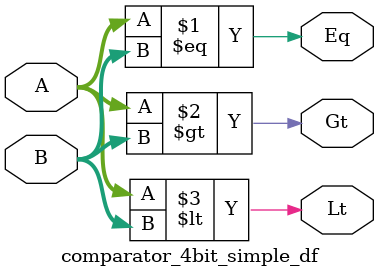
<source format=v>
module comparator_4bit_simple_df(Eq,Gt,Lt,A,B);

input [3:0]A,B;
output Eq,Gt,Lt;//Equal to, Greater than, Less than

assign Eq = (A == B);
assign Gt = (A > B);
assign Lt = (A < B);

//could also write assign {Eq, Gt, Lt} = {(A == B),(A > B),(A < B)};

endmodule
</source>
